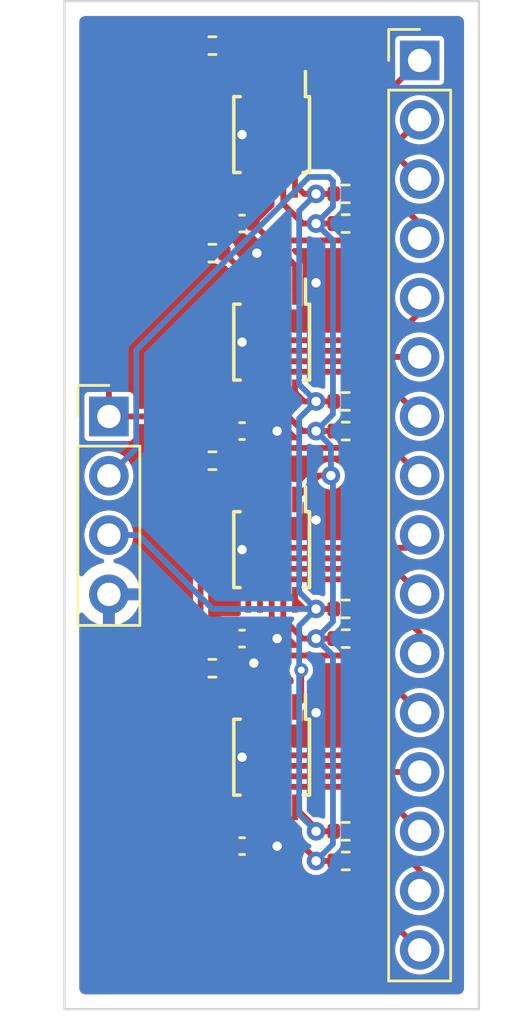
<source format=kicad_pcb>
(kicad_pcb (version 20211014) (generator pcbnew)
  (layers (0 "F.Cu" signal) (31 "B.Cu" signal) (34 "B.Paste" user) (35 "F.Paste" user) (36 "B.SilkS" user "B.Silkscreen") (37 "F.SilkS" user "F.Silkscreen") (38 "B.Mask" user) (39 "F.Mask" user) (44 "Edge.Cuts" user))
  (net 0 "")
  (net 1 "+3V3")
  (net 2 "GND")
  (net 3 "SDA")
  (net 4 "SCL")
  (net 5 "AIN_0")
  (net 6 "AIN_1")
  (net 7 "AIN_2")
  (net 8 "AIN_3")
  (net 9 "AIN_4")
  (net 10 "AIN_5")
  (net 11 "AIN_6")
  (net 12 "AIN_7")
  (net 13 "AIN_8")
  (net 14 "AIN_9")
  (net 15 "AIN_10")
  (net 16 "AIN_11")
  (net 17 "AIN_12")
  (net 18 "AIN_13")
  (net 19 "AIN_14")
  (net 20 "AIN_15")
  (net 21 "Net-(R1-Pad2)")
  (net 22 "Net-(R2-Pad2)")
  (net 23 "Net-(R7-Pad2)")
  (net 24 "Net-(R8-Pad2)")
  (footprint "Connector_PinHeader_2.54mm:PinHeader_1x16_P2.54mm_Vertical" (layer "F.Cu") (at 82.55 86.36)
    (fp_text reference "J2" hide)
    (fp_text value "Conn_01x16")
    (fp_line (start -1.33 1.27) (end 1.33 1.27) (layer "F.SilkS") (width 0.12))
    (fp_line (start -1.33 0) (end -1.33 -1.33) (layer "F.SilkS") (width 0.12))
    (fp_line (start -1.33 1.27) (end -1.33 39.43) (layer "F.SilkS") (width 0.12))
    (fp_line (start 1.33 1.27) (end 1.33 39.43) (layer "F.SilkS") (width 0.12))
    (fp_line (start -1.33 -1.33) (end 0 -1.33) (layer "F.SilkS") (width 0.12))
    (fp_line (start -1.33 39.43) (end 1.33 39.43) (layer "F.SilkS") (width 0.12))
    (pad "1" thru_hole rect (at 0 0) (size 1.7 1.7) (drill 1) (layers *.Cu *.Mask) (net 5 "AIN_0"))
    (pad "2" thru_hole oval (at 0 2.54) (size 1.7 1.7) (drill 1) (layers *.Cu *.Mask) (net 6 "AIN_1"))
    (pad "3" thru_hole oval (at 0 5.08) (size 1.7 1.7) (drill 1) (layers *.Cu *.Mask) (net 7 "AIN_2"))
    (pad "4" thru_hole oval (at 0 7.62) (size 1.7 1.7) (drill 1) (layers *.Cu *.Mask) (net 8 "AIN_3"))
    (pad "5" thru_hole oval (at 0 10.16) (size 1.7 1.7) (drill 1) (layers *.Cu *.Mask) (net 9 "AIN_4"))
    (pad "6" thru_hole oval (at 0 12.7) (size 1.7 1.7) (drill 1) (layers *.Cu *.Mask) (net 10 "AIN_5"))
    (pad "7" thru_hole oval (at 0 15.24) (size 1.7 1.7) (drill 1) (layers *.Cu *.Mask) (net 11 "AIN_6"))
    (pad "8" thru_hole oval (at 0 17.78) (size 1.7 1.7) (drill 1) (layers *.Cu *.Mask) (net 12 "AIN_7"))
    (pad "9" thru_hole oval (at 0 20.32) (size 1.7 1.7) (drill 1) (layers *.Cu *.Mask) (net 13 "AIN_8"))
    (pad "10" thru_hole oval (at 0 22.86) (size 1.7 1.7) (drill 1) (layers *.Cu *.Mask) (net 14 "AIN_9"))
    (pad "11" thru_hole oval (at 0 25.4) (size 1.7 1.7) (drill 1) (layers *.Cu *.Mask) (net 15 "AIN_10"))
    (pad "12" thru_hole oval (at 0 27.94) (size 1.7 1.7) (drill 1) (layers *.Cu *.Mask) (net 16 "AIN_11"))
    (pad "13" thru_hole oval (at 0 30.48) (size 1.7 1.7) (drill 1) (layers *.Cu *.Mask) (net 17 "AIN_12"))
    (pad "14" thru_hole oval (at 0 33.02) (size 1.7 1.7) (drill 1) (layers *.Cu *.Mask) (net 18 "AIN_13"))
    (pad "15" thru_hole oval (at 0 35.56) (size 1.7 1.7) (drill 1) (layers *.Cu *.Mask) (net 19 "AIN_14"))
    (pad "16" thru_hole oval (at 0 38.1) (size 1.7 1.7) (drill 1) (layers *.Cu *.Mask) (net 20 "AIN_15"))
  )
  (footprint "Resistor_SMD:R_0402_1005Metric" (layer "F.Cu") (at 79.375 92.075 180)
    (fp_text reference "R4" hide)
    (fp_text value "10kΩ")
    (fp_line (start -0.153641 0.38) (end 0.153641 0.38) (layer "F.SilkS") (width 0.12))
    (fp_line (start -0.153641 -0.38) (end 0.153641 -0.38) (layer "F.SilkS") (width 0.12))
    (pad "1" smd roundrect (at -0.51 0 180) (size 0.54 0.64) (layers "F.Cu" "F.Paste" "F.Mask") (net 1 "+3V3"))
    (pad "2" smd roundrect (at 0.51 0 180) (size 0.54 0.64) (layers "F.Cu" "F.Paste" "F.Mask") (net 4 "SCL"))
  )
  (footprint "Resistor_SMD:R_0402_1005Metric" (layer "F.Cu") (at 79.375 93.345 180)
    (fp_text reference "R5" hide)
    (fp_text value "10kΩ")
    (fp_line (start -0.153641 0.38) (end 0.153641 0.38) (layer "F.SilkS") (width 0.12))
    (fp_line (start -0.153641 -0.38) (end 0.153641 -0.38) (layer "F.SilkS") (width 0.12))
    (pad "1" smd roundrect (at -0.51 0 180) (size 0.54 0.64) (layers "F.Cu" "F.Paste" "F.Mask") (net 1 "+3V3"))
    (pad "2" smd roundrect (at 0.51 0 180) (size 0.54 0.64) (layers "F.Cu" "F.Paste" "F.Mask") (net 3 "SDA"))
  )
  (footprint "Connector_PinHeader_2.54mm:PinHeader_1x04_P2.54mm_Vertical" (layer "F.Cu") (at 69.215 101.61)
    (fp_text reference "J1" hide)
    (fp_text value "Conn_01x04")
    (fp_line (start -1.33 1.27) (end 1.33 1.27) (layer "F.SilkS") (width 0.12))
    (fp_line (start -1.33 0) (end -1.33 -1.33) (layer "F.SilkS") (width 0.12))
    (fp_line (start -1.33 1.27) (end -1.33 8.95) (layer "F.SilkS") (width 0.12))
    (fp_line (start -1.33 8.95) (end 1.33 8.95) (layer "F.SilkS") (width 0.12))
    (fp_line (start -1.33 -1.33) (end 0 -1.33) (layer "F.SilkS") (width 0.12))
    (fp_line (start 1.33 1.27) (end 1.33 8.95) (layer "F.SilkS") (width 0.12))
    (pad "1" thru_hole rect (at 0 0) (size 1.7 1.7) (drill 1) (layers *.Cu *.Mask) (net 1 "+3V3"))
    (pad "2" thru_hole oval (at 0 2.54) (size 1.7 1.7) (drill 1) (layers *.Cu *.Mask) (net 3 "SDA"))
    (pad "3" thru_hole oval (at 0 5.08) (size 1.7 1.7) (drill 1) (layers *.Cu *.Mask) (net 4 "SCL"))
    (pad "4" thru_hole oval (at 0 7.62) (size 1.7 1.7) (drill 1) (layers *.Cu *.Mask) (net 2 "GND"))
  )
  (footprint "Capacitor_SMD:C_0402_1005Metric" (layer "F.Cu") (at 74.93 102.235 180)
    (fp_text reference "C4" hide)
    (fp_text value "100nF")
    (fp_line (start -0.107836 -0.36) (end 0.107836 -0.36) (layer "F.SilkS") (width 0.12))
    (fp_line (start -0.107836 0.36) (end 0.107836 0.36) (layer "F.SilkS") (width 0.12))
    (pad "1" smd roundrect (at -0.48 0 180) (size 0.56 0.62) (layers "F.Cu" "F.Paste" "F.Mask") (net 1 "+3V3"))
    (pad "2" smd roundrect (at 0.48 0 180) (size 0.56 0.62) (layers "F.Cu" "F.Paste" "F.Mask") (net 2 "GND"))
  )
  (footprint "Capacitor_SMD:C_0402_1005Metric" (layer "F.Cu") (at 74.93 111.125 180)
    (fp_text reference "C3" hide)
    (fp_text value "100nF")
    (fp_line (start -0.107836 0.36) (end 0.107836 0.36) (layer "F.SilkS") (width 0.12))
    (fp_line (start -0.107836 -0.36) (end 0.107836 -0.36) (layer "F.SilkS") (width 0.12))
    (pad "1" smd roundrect (at -0.48 0 180) (size 0.56 0.62) (layers "F.Cu" "F.Paste" "F.Mask") (net 1 "+3V3"))
    (pad "2" smd roundrect (at 0.48 0 180) (size 0.56 0.62) (layers "F.Cu" "F.Paste" "F.Mask") (net 2 "GND"))
  )
  (footprint "Capacitor_SMD:C_0402_1005Metric" (layer "F.Cu") (at 74.93 93.345 180)
    (fp_text reference "C1" hide)
    (fp_text value "100nF")
    (fp_line (start -0.107836 -0.36) (end 0.107836 -0.36) (layer "F.SilkS") (width 0.12))
    (fp_line (start -0.107836 0.36) (end 0.107836 0.36) (layer "F.SilkS") (width 0.12))
    (pad "1" smd roundrect (at -0.48 0 180) (size 0.56 0.62) (layers "F.Cu" "F.Paste" "F.Mask") (net 1 "+3V3"))
    (pad "2" smd roundrect (at 0.48 0 180) (size 0.56 0.62) (layers "F.Cu" "F.Paste" "F.Mask") (net 2 "GND"))
  )
  (footprint "Resistor_SMD:R_0402_1005Metric" (layer "F.Cu") (at 79.375 119.38 180)
    (fp_text reference "R9" hide)
    (fp_text value "10kΩ")
    (fp_line (start -0.153641 -0.38) (end 0.153641 -0.38) (layer "F.SilkS") (width 0.12))
    (fp_line (start -0.153641 0.38) (end 0.153641 0.38) (layer "F.SilkS") (width 0.12))
    (pad "1" smd roundrect (at -0.51 0 180) (size 0.54 0.64) (layers "F.Cu" "F.Paste" "F.Mask") (net 1 "+3V3"))
    (pad "2" smd roundrect (at 0.51 0 180) (size 0.54 0.64) (layers "F.Cu" "F.Paste" "F.Mask") (net 4 "SCL"))
  )
  (footprint "Capacitor_SMD:C_0402_1005Metric" (layer "F.Cu") (at 74.93 120.015 180)
    (fp_text reference "C2" hide)
    (fp_text value "100nF")
    (fp_line (start -0.107836 -0.36) (end 0.107836 -0.36) (layer "F.SilkS") (width 0.12))
    (fp_line (start -0.107836 0.36) (end 0.107836 0.36) (layer "F.SilkS") (width 0.12))
    (pad "1" smd roundrect (at -0.48 0 180) (size 0.56 0.62) (layers "F.Cu" "F.Paste" "F.Mask") (net 1 "+3V3"))
    (pad "2" smd roundrect (at 0.48 0 180) (size 0.56 0.62) (layers "F.Cu" "F.Paste" "F.Mask") (net 2 "GND"))
  )
  (footprint "Resistor_SMD:R_0402_1005Metric" (layer "F.Cu") (at 79.375 111.125 180)
    (fp_text reference "R12" hide)
    (fp_text value "10kΩ")
    (fp_line (start -0.153641 0.38) (end 0.153641 0.38) (layer "F.SilkS") (width 0.12))
    (fp_line (start -0.153641 -0.38) (end 0.153641 -0.38) (layer "F.SilkS") (width 0.12))
    (pad "1" smd roundrect (at -0.51 0 180) (size 0.54 0.64) (layers "F.Cu" "F.Paste" "F.Mask") (net 1 "+3V3"))
    (pad "2" smd roundrect (at 0.51 0 180) (size 0.54 0.64) (layers "F.Cu" "F.Paste" "F.Mask") (net 3 "SDA"))
  )
  (footprint "Resistor_SMD:R_0402_1005Metric" (layer "F.Cu") (at 73.66 103.505)
    (fp_text reference "R7" hide)
    (fp_text value "10kΩ")
    (fp_line (start -0.153641 -0.38) (end 0.153641 -0.38) (layer "F.SilkS") (width 0.12))
    (fp_line (start -0.153641 0.38) (end 0.153641 0.38) (layer "F.SilkS") (width 0.12))
    (pad "1" smd roundrect (at -0.51 0) (size 0.54 0.64) (layers "F.Cu" "F.Paste" "F.Mask") (net 1 "+3V3"))
    (pad "2" smd roundrect (at 0.51 0) (size 0.54 0.64) (layers "F.Cu" "F.Paste" "F.Mask") (net 23 "Net-(R7-Pad2)"))
  )
  (footprint "Package_SO:TSSOP-10_3x3mm_P0.5mm" (layer "F.Cu") (at 76.2 98.425 -90)
    (fp_text reference "U2" hide)
    (fp_text value "ADS1015IDGS")
    (fp_line (start -1.625 1.625) (end 1.625 1.625) (layer "F.SilkS") (width 0.15))
    (fp_line (start -1.625 1.625) (end -1.625 1.35) (layer "F.SilkS") (width 0.15))
    (fp_line (start 1.625 -1.625) (end 1.625 -1.35) (layer "F.SilkS") (width 0.15))
    (fp_line (start -1.625 -1.625) (end -1.625 -1.45) (layer "F.SilkS") (width 0.15))
    (fp_line (start 1.625 1.625) (end 1.625 1.35) (layer "F.SilkS") (width 0.15))
    (fp_line (start -1.625 -1.45) (end -2.7 -1.45) (layer "F.SilkS") (width 0.15))
    (fp_line (start -1.625 -1.625) (end 1.625 -1.625) (layer "F.SilkS") (width 0.15))
    (pad "1" smd rect (at -2.15 -1 270) (size 1.1 0.25) (layers "F.Cu" "F.Paste" "F.Mask") (net 1 "+3V3"))
    (pad "2" smd rect (at -2.15 -0.5 270) (size 1.1 0.25) (layers "F.Cu" "F.Paste" "F.Mask") (net 22 "Net-(R2-Pad2)"))
    (pad "3" smd rect (at -2.15 0 270) (size 1.1 0.25) (layers "F.Cu" "F.Paste" "F.Mask") (net 2 "GND"))
    (pad "4" smd rect (at -2.15 0.5 270) (size 1.1 0.25) (layers "F.Cu" "F.Paste" "F.Mask") (net 9 "AIN_4"))
    (pad "5" smd rect (at -2.15 1 270) (size 1.1 0.25) (layers "F.Cu" "F.Paste" "F.Mask") (net 10 "AIN_5"))
    (pad "6" smd rect (at 2.15 1 270) (size 1.1 0.25) (layers "F.Cu" "F.Paste" "F.Mask") (net 11 "AIN_6"))
    (pad "7" smd rect (at 2.15 0.5 270) (size 1.1 0.25) (layers "F.Cu" "F.Paste" "F.Mask") (net 12 "AIN_7"))
    (pad "8" smd rect (at 2.15 0 270) (size 1.1 0.25) (layers "F.Cu" "F.Paste" "F.Mask") (net 1 "+3V3"))
    (pad "9" smd rect (at 2.15 -0.5 270) (size 1.1 0.25) (layers "F.Cu" "F.Paste" "F.Mask") (net 3 "SDA"))
    (pad "10" smd rect (at 2.15 -1 270) (size 1.1 0.25) (layers "F.Cu" "F.Paste" "F.Mask") (net 4 "SCL"))
  )
  (footprint "Resistor_SMD:R_0402_1005Metric" (layer "F.Cu") (at 79.375 120.65 180)
    (fp_text reference "R11" hide)
    (fp_text value "10kΩ")
    (fp_line (start -0.153641 0.38) (end 0.153641 0.38) (layer "F.SilkS") (width 0.12))
    (fp_line (start -0.153641 -0.38) (end 0.153641 -0.38) (layer "F.SilkS") (width 0.12))
    (pad "1" smd roundrect (at -0.51 0 180) (size 0.54 0.64) (layers "F.Cu" "F.Paste" "F.Mask") (net 1 "+3V3"))
    (pad "2" smd roundrect (at 0.51 0 180) (size 0.54 0.64) (layers "F.Cu" "F.Paste" "F.Mask") (net 3 "SDA"))
  )
  (footprint "Resistor_SMD:R_0402_1005Metric" (layer "F.Cu") (at 73.66 112.395)
    (fp_text reference "R8" hide)
    (fp_text value "10kΩ")
    (fp_line (start -0.153641 -0.38) (end 0.153641 -0.38) (layer "F.SilkS") (width 0.12))
    (fp_line (start -0.153641 0.38) (end 0.153641 0.38) (layer "F.SilkS") (width 0.12))
    (pad "1" smd roundrect (at -0.51 0) (size 0.54 0.64) (layers "F.Cu" "F.Paste" "F.Mask") (net 1 "+3V3"))
    (pad "2" smd roundrect (at 0.51 0) (size 0.54 0.64) (layers "F.Cu" "F.Paste" "F.Mask") (net 24 "Net-(R8-Pad2)"))
  )
  (footprint "Resistor_SMD:R_0402_1005Metric" (layer "F.Cu") (at 73.66 85.725)
    (fp_text reference "R1" hide)
    (fp_text value "10kΩ")
    (fp_line (start -0.153641 -0.38) (end 0.153641 -0.38) (layer "F.SilkS") (width 0.12))
    (fp_line (start -0.153641 0.38) (end 0.153641 0.38) (layer "F.SilkS") (width 0.12))
    (pad "1" smd roundrect (at -0.51 0) (size 0.54 0.64) (layers "F.Cu" "F.Paste" "F.Mask") (net 1 "+3V3"))
    (pad "2" smd roundrect (at 0.51 0) (size 0.54 0.64) (layers "F.Cu" "F.Paste" "F.Mask") (net 21 "Net-(R1-Pad2)"))
  )
  (footprint "Package_SO:TSSOP-10_3x3mm_P0.5mm" (layer "F.Cu") (at 76.2 89.535 -90)
    (fp_text reference "U1" hide)
    (fp_text value "ADS1015IDGS")
    (fp_line (start -1.625 -1.625) (end -1.625 -1.45) (layer "F.SilkS") (width 0.15))
    (fp_line (start 1.625 -1.625) (end 1.625 -1.35) (layer "F.SilkS") (width 0.15))
    (fp_line (start 1.625 1.625) (end 1.625 1.35) (layer "F.SilkS") (width 0.15))
    (fp_line (start -1.625 1.625) (end 1.625 1.625) (layer "F.SilkS") (width 0.15))
    (fp_line (start -1.625 -1.45) (end -2.7 -1.45) (layer "F.SilkS") (width 0.15))
    (fp_line (start -1.625 -1.625) (end 1.625 -1.625) (layer "F.SilkS") (width 0.15))
    (fp_line (start -1.625 1.625) (end -1.625 1.35) (layer "F.SilkS") (width 0.15))
    (pad "1" smd rect (at -2.15 -1 270) (size 1.1 0.25) (layers "F.Cu" "F.Paste" "F.Mask") (net 2 "GND"))
    (pad "2" smd rect (at -2.15 -0.5 270) (size 1.1 0.25) (layers "F.Cu" "F.Paste" "F.Mask") (net 21 "Net-(R1-Pad2)"))
    (pad "3" smd rect (at -2.15 0 270) (size 1.1 0.25) (layers "F.Cu" "F.Paste" "F.Mask") (net 2 "GND"))
    (pad "4" smd rect (at -2.15 0.5 270) (size 1.1 0.25) (layers "F.Cu" "F.Paste" "F.Mask") (net 5 "AIN_0"))
    (pad "5" smd rect (at -2.15 1 270) (size 1.1 0.25) (layers "F.Cu" "F.Paste" "F.Mask") (net 6 "AIN_1"))
    (pad "6" smd rect (at 2.15 1 270) (size 1.1 0.25) (layers "F.Cu" "F.Paste" "F.Mask") (net 7 "AIN_2"))
    (pad "7" smd rect (at 2.15 0.5 270) (size 1.1 0.25) (layers "F.Cu" "F.Paste" "F.Mask") (net 8 "AIN_3"))
    (pad "8" smd rect (at 2.15 0 270) (size 1.1 0.25) (layers "F.Cu" "F.Paste" "F.Mask") (net 1 "+3V3"))
    (pad "9" smd rect (at 2.15 -0.5 270) (size 1.1 0.25) (layers "F.Cu" "F.Paste" "F.Mask") (net 3 "SDA"))
    (pad "10" smd rect (at 2.15 -1 270) (size 1.1 0.25) (layers "F.Cu" "F.Paste" "F.Mask") (net 4 "SCL"))
  )
  (footprint "Package_SO:TSSOP-10_3x3mm_P0.5mm" (layer "F.Cu") (at 76.2 116.205 -90)
    (fp_text reference "U4" hide)
    (fp_text value "ADS1015IDGS")
    (fp_line (start -1.625 1.625) (end -1.625 1.35) (layer "F.SilkS") (width 0.15))
    (fp_line (start -1.625 -1.625) (end -1.625 -1.45) (layer "F.SilkS") (width 0.15))
    (fp_line (start -1.625 1.625) (end 1.625 1.625) (layer "F.SilkS") (width 0.15))
    (fp_line (start -1.625 -1.625) (end 1.625 -1.625) (layer "F.SilkS") (width 0.15))
    (fp_line (start -1.625 -1.45) (end -2.7 -1.45) (layer "F.SilkS") (width 0.15))
    (fp_line (start 1.625 1.625) (end 1.625 1.35) (layer "F.SilkS") (width 0.15))
    (fp_line (start 1.625 -1.625) (end 1.625 -1.35) (layer "F.SilkS") (width 0.15))
    (pad "1" smd rect (at -2.15 -1 270) (size 1.1 0.25) (layers "F.Cu" "F.Paste" "F.Mask") (net 4 "SCL"))
    (pad "2" smd rect (at -2.15 -0.5 270) (size 1.1 0.25) (layers "F.Cu" "F.Paste" "F.Mask") (net 24 "Net-(R8-Pad2)"))
    (pad "3" smd rect (at -2.15 0 270) (size 1.1 0.25) (layers "F.Cu" "F.Paste" "F.Mask") (net 2 "GND"))
    (pad "4" smd rect (at -2.15 0.5 270) (size 1.1 0.25) (layers "F.Cu" "F.Paste" "F.Mask") (net 17 "AIN_12"))
    (pad "5" smd rect (at -2.15 1 270) (size 1.1 0.25) (layers "F.Cu" "F.Paste" "F.Mask") (net 18 "AIN_13"))
    (pad "6" smd rect (at 2.15 1 270) (size 1.1 0.25) (layers "F.Cu" "F.Paste" "F.Mask") (net 19 "AIN_14"))
    (pad "7" smd rect (at 2.15 0.5 270) (size 1.1 0.25) (layers "F.Cu" "F.Paste" "F.Mask") (net 20 "AIN_15"))
    (pad "8" smd rect (at 2.15 0 270) (size 1.1 0.25) (layers "F.Cu" "F.Paste" "F.Mask") (net 1 "+3V3"))
    (pad "9" smd rect (at 2.15 -0.5 270) (size 1.1 0.25) (layers "F.Cu" "F.Paste" "F.Mask") (net 3 "SDA"))
    (pad "10" smd rect (at 2.15 -1 270) (size 1.1 0.25) (layers "F.Cu" "F.Paste" "F.Mask") (net 4 "SCL"))
  )
  (footprint "Resistor_SMD:R_0402_1005Metric" (layer "F.Cu") (at 79.375 109.855 180)
    (fp_text reference "R10" hide)
    (fp_text value "10kΩ")
    (fp_line (start -0.153641 -0.38) (end 0.153641 -0.38) (layer "F.SilkS") (width 0.12))
    (fp_line (start -0.153641 0.38) (end 0.153641 0.38) (layer "F.SilkS") (width 0.12))
    (pad "1" smd roundrect (at -0.51 0 180) (size 0.54 0.64) (layers "F.Cu" "F.Paste" "F.Mask") (net 1 "+3V3"))
    (pad "2" smd roundrect (at 0.51 0 180) (size 0.54 0.64) (layers "F.Cu" "F.Paste" "F.Mask") (net 4 "SCL"))
  )
  (footprint "Resistor_SMD:R_0402_1005Metric" (layer "F.Cu") (at 79.375 102.235 180)
    (fp_text reference "R6" hide)
    (fp_text value "10kΩ")
    (fp_line (start -0.153641 0.38) (end 0.153641 0.38) (layer "F.SilkS") (width 0.12))
    (fp_line (start -0.153641 -0.38) (end 0.153641 -0.38) (layer "F.SilkS") (width 0.12))
    (pad "1" smd roundrect (at -0.51 0 180) (size 0.54 0.64) (layers "F.Cu" "F.Paste" "F.Mask") (net 1 "+3V3"))
    (pad "2" smd roundrect (at 0.51 0 180) (size 0.54 0.64) (layers "F.Cu" "F.Paste" "F.Mask") (net 3 "SDA"))
  )
  (footprint "Package_SO:TSSOP-10_3x3mm_P0.5mm" (layer "F.Cu") (at 76.2 107.315 -90)
    (fp_text reference "U3" hide)
    (fp_text value "ADS1015IDGS")
    (fp_line (start -1.625 1.625) (end 1.625 1.625) (layer "F.SilkS") (width 0.15))
    (fp_line (start 1.625 -1.625) (end 1.625 -1.35) (layer "F.SilkS") (width 0.15))
    (fp_line (start -1.625 -1.625) (end -1.625 -1.45) (layer "F.SilkS") (width 0.15))
    (fp_line (start -1.625 -1.625) (end 1.625 -1.625) (layer "F.SilkS") (width 0.15))
    (fp_line (start -1.625 1.625) (end -1.625 1.35) (layer "F.SilkS") (width 0.15))
    (fp_line (start 1.625 1.625) (end 1.625 1.35) (layer "F.SilkS") (width 0.15))
    (fp_line (start -1.625 -1.45) (end -2.7 -1.45) (layer "F.SilkS") (width 0.15))
    (pad "1" smd rect (at -2.15 -1 270) (size 1.1 0.25) (layers "F.Cu" "F.Paste" "F.Mask") (net 3 "SDA"))
    (pad "2" smd rect (at -2.15 -0.5 270) (size 1.1 0.25) (layers "F.Cu" "F.Paste" "F.Mask") (net 23 "Net-(R7-Pad2)"))
    (pad "3" smd rect (at -2.15 0 270) (size 1.1 0.25) (layers "F.Cu" "F.Paste" "F.Mask") (net 2 "GND"))
    (pad "4" smd rect (at -2.15 0.5 270) (size 1.1 0.25) (layers "F.Cu" "F.Paste" "F.Mask") (net 13 "AIN_8"))
    (pad "5" smd rect (at -2.15 1 270) (size 1.1 0.25) (layers "F.Cu" "F.Paste" "F.Mask") (net 14 "AIN_9"))
    (pad "6" smd rect (at 2.15 1 270) (size 1.1 0.25) (layers "F.Cu" "F.Paste" "F.Mask") (net 15 "AIN_10"))
    (pad "7" smd rect (at 2.15 0.5 270) (size 1.1 0.25) (layers "F.Cu" "F.Paste" "F.Mask") (net 16 "AIN_11"))
    (pad "8" smd rect (at 2.15 0 270) (size 1.1 0.25) (layers "F.Cu" "F.Paste" "F.Mask") (net 1 "+3V3"))
    (pad "9" smd rect (at 2.15 -0.5 270) (size 1.1 0.25) (layers "F.Cu" "F.Paste" "F.Mask") (net 3 "SDA"))
    (pad "10" smd rect (at 2.15 -1 270) (size 1.1 0.25) (layers "F.Cu" "F.Paste" "F.Mask") (net 4 "SCL"))
  )
  (footprint "Resistor_SMD:R_0402_1005Metric" (layer "F.Cu") (at 73.66 94.615)
    (fp_text reference "R2" hide)
    (fp_text value "10kΩ")
    (fp_line (start -0.153641 0.38) (end 0.153641 0.38) (layer "F.SilkS") (width 0.12))
    (fp_line (start -0.153641 -0.38) (end 0.153641 -0.38) (layer "F.SilkS") (width 0.12))
    (pad "1" smd roundrect (at -0.51 0) (size 0.54 0.64) (layers "F.Cu" "F.Paste" "F.Mask") (net 1 "+3V3"))
    (pad "2" smd roundrect (at 0.51 0) (size 0.54 0.64) (layers "F.Cu" "F.Paste" "F.Mask") (net 22 "Net-(R2-Pad2)"))
  )
  (footprint "Resistor_SMD:R_0402_1005Metric" (layer "F.Cu") (at 79.375 100.965 180)
    (fp_text reference "R3" hide)
    (fp_text value "10kΩ")
    (fp_line (start -0.153641 0.38) (end 0.153641 0.38) (layer "F.SilkS") (width 0.12))
    (fp_line (start -0.153641 -0.38) (end 0.153641 -0.38) (layer "F.SilkS") (width 0.12))
    (pad "1" smd roundrect (at -0.51 0 180) (size 0.54 0.64) (layers "F.Cu" "F.Paste" "F.Mask") (net 1 "+3V3"))
    (pad "2" smd roundrect (at 0.51 0 180) (size 0.54 0.64) (layers "F.Cu" "F.Paste" "F.Mask") (net 4 "SCL"))
  )
  (gr_rect (start 67.31 83.82) (end 85.09 127) (layer "Edge.Cuts") (width 0.1) (fill none))
  (segment (start 79.160489 111.849511) (end 76.134511 111.849511) (width 0.25) (layer "F.Cu") (net 1))
  (segment (start 75.41 119.889022) (end 75.41 120.015) (width 0.25) (layer "F.Cu") (net 1))
  (segment (start 79.885 93.345) (end 79.885 93.55452) (width 0.25) (layer "F.Cu") (net 1))
  (segment (start 76.134511 94.069511) (end 75.41 93.345) (width 0.25) (layer "F.Cu") (net 1))
  (segment (start 76.2 110.335) (end 76.2 109.465) (width 0.25) (layer "F.Cu") (net 1))
  (segment (start 76.2 92.555) (end 76.2 91.685) (width 0.25) (layer "F.Cu") (net 1))
  (segment (start 69.215 101.61) (end 71.255 101.61) (width 0.25) (layer "F.Cu") (net 1))
  (segment (start 75.41 110.97) (end 75.41 111.125) (width 0.25) (layer "F.Cu") (net 1))
  (segment (start 75.41 93.19) (end 75.41 93.345) (width 0.25) (layer "F.Cu") (net 1))
  (segment (start 79.885 120.65) (end 79.885 119.38) (width 0.25) (layer "F.Cu") (net 1))
  (segment (start 74.11807 101.6) (end 74.93 101.6) (width 0.25) (layer "F.Cu") (net 1))
  (segment (start 79.885 111.125) (end 79.160489 111.849511) (width 0.25) (layer "F.Cu") (net 1))
  (segment (start 79.160489 102.959511) (end 79.885 102.235) (width 0.25) (layer "F.Cu") (net 1))
  (segment (start 73.15 111.45807) (end 74.11807 110.49) (width 0.25) (layer "F.Cu") (net 1))
  (segment (start 73.15 103.505) (end 73.15 102.56807) (width 0.25) (layer "F.Cu") (net 1))
  (segment (start 73.15 112.395) (end 73.15 117.629022) (width 0.25) (layer "F.Cu") (net 1))
  (segment (start 69.215 98.55) (end 73.15 94.615) (width 0.25) (layer "F.Cu") (net 1))
  (segment (start 79.885 102.235) (end 79.885 100.965) (width 0.25) (layer "F.Cu") (net 1))
  (segment (start 75.41 111.125) (end 76.2 110.335) (width 0.25) (layer "F.Cu") (net 1))
  (segment (start 75.41 102.235) (end 76.2 101.445) (width 0.25) (layer "F.Cu") (net 1))
  (segment (start 74.93 101.6) (end 75.41 102.08) (width 0.25) (layer "F.Cu") (net 1))
  (segment (start 79.370009 94.069511) (end 76.134511 94.069511) (width 0.25) (layer "F.Cu") (net 1))
  (segment (start 75.41 102.08) (end 75.41 102.235) (width 0.25) (layer "F.Cu") (net 1))
  (segment (start 73.15 112.395) (end 73.15 111.45807) (width 0.25) (layer "F.Cu") (net 1))
  (segment (start 77.2 95.135) (end 77.2 96.275) (width 0.25) (layer "F.Cu") (net 1))
  (segment (start 79.885 93.55452) (end 79.370009 94.069511) (width 0.25) (layer "F.Cu") (net 1))
  (segment (start 74.93 110.49) (end 75.41 110.97) (width 0.25) (layer "F.Cu") (net 1))
  (segment (start 75.41 93.345) (end 77.2 95.135) (width 0.25) (layer "F.Cu") (net 1))
  (segment (start 79.885 120.65) (end 79.160489 121.374511) (width 0.25) (layer "F.Cu") (net 1))
  (segment (start 73.15 93.67807) (end 74.11759 92.71048) (width 0.25) (layer "F.Cu") (net 1))
  (segment (start 73.15 102.56807) (end 74.11807 101.6) (width 0.25) (layer "F.Cu") (net 1))
  (segment (start 73.15 94.615) (end 73.15 93.67807) (width 0.25) (layer "F.Cu") (net 1))
  (segment (start 73.15 103.505) (end 73.15 112.395) (width 0.25) (layer "F.Cu") (net 1))
  (segment (start 79.885 111.125) (end 79.885 109.855) (width 0.25) (layer "F.Cu") (net 1))
  (segment (start 79.160489 121.374511) (end 76.769511 121.374511) (width 0.25) (layer "F.Cu") (net 1))
  (segment (start 73.15 117.629022) (end 75.41 119.889022) (width 0.25) (layer "F.Cu") (net 1))
  (segment (start 79.885 92.075) (end 79.885 93.345) (width 0.25) (layer "F.Cu") (net 1))
  (segment (start 75.41 120.015) (end 76.2 119.225) (width 0.25) (layer "F.Cu") (net 1))
  (segment (start 76.134511 111.849511) (end 75.41 111.125) (width 0.25) (layer "F.Cu") (net 1))
  (segment (start 76.2 101.445) (end 76.2 100.575) (width 0.25) (layer "F.Cu") (net 1))
  (segment (start 76.769511 121.374511) (end 75.41 120.015) (width 0.25) (layer "F.Cu") (net 1))
  (segment (start 73.15 94.615) (end 73.15 85.725) (width 0.25) (layer "F.Cu") (net 1))
  (segment (start 75.41 102.235) (end 76.134511 102.959511) (width 0.25) (layer "F.Cu") (net 1))
  (segment (start 74.11807 110.49) (end 74.93 110.49) (width 0.25) (layer "F.Cu") (net 1))
  (segment (start 76.2 119.225) (end 76.2 118.355) (width 0.25) (layer "F.Cu") (net 1))
  (segment (start 75.41 93.345) (end 76.2 92.555) (width 0.25) (layer "F.Cu") (net 1))
  (segment (start 69.215 101.61) (end 69.215 98.55) (width 0.25) (layer "F.Cu") (net 1))
  (segment (start 76.134511 102.959511) (end 79.160489 102.959511) (width 0.25) (layer "F.Cu") (net 1))
  (segment (start 71.255 101.61) (end 73.15 103.505) (width 0.25) (layer "F.Cu") (net 1))
  (segment (start 74.11759 92.71048) (end 74.93048 92.71048) (width 0.25) (layer "F.Cu") (net 1))
  (segment (start 74.93048 92.71048) (end 75.41 93.19) (width 0.25) (layer "F.Cu") (net 1))
  (via (at 74.93 98.425) (size 0.8) (drill 0.4) (layers "F.Cu" "B.Cu") (net 2))
  (via (at 76.434598 120.015) (size 0.8) (drill 0.4) (layers "F.Cu" "B.Cu") (net 2))
  (via (at 74.93 89.535) (size 0.8) (drill 0.4) (layers "F.Cu" "B.Cu") (net 2))
  (via (at 76.434598 102.235) (size 0.8) (drill 0.4) (layers "F.Cu" "B.Cu") (net 2))
  (via (at 78.104989 95.885) (size 0.8) (drill 0.4) (layers "F.Cu" "B.Cu") (net 2))
  (via (at 78.105 114.3) (size 0.8) (drill 0.4) (layers "F.Cu" "B.Cu") (net 2))
  (via (at 76.434598 111.125) (size 0.8) (drill 0.4) (layers "F.Cu" "B.Cu") (net 2))
  (via (at 75.565 94.615) (size 0.8) (drill 0.4) (layers "F.Cu" "B.Cu") (net 2))
  (via (at 78.105 106.045) (size 0.8) (drill 0.4) (layers "F.Cu" "B.Cu") (net 2))
  (via (at 74.93 116.205) (size 0.8) (drill 0.4) (layers "F.Cu" "B.Cu") (net 2))
  (via (at 75.43418 112.173778) (size 0.8) (drill 0.4) (layers "F.Cu" "B.Cu") (net 2))
  (via (at 74.93 107.315) (size 0.8) (drill 0.4) (layers "F.Cu" "B.Cu") (net 2))
  (segment (start 78.865 102.235) (end 77.535978 102.235) (width 0.25) (layer "F.Cu") (net 3))
  (segment (start 78.74 104.14) (end 78.225 104.14) (width 0.25) (layer "F.Cu") (net 3))
  (segment (start 77.535978 111.125) (end 76.7 110.289022) (width 0.25) (layer "F.Cu") (net 3))
  (segment (start 77.535978 102.235) (end 76.7 101.399022) (width 0.25) (layer "F.Cu") (net 3))
  (segment (start 78.225 104.14) (end 77.2 105.165) (width 0.25) (layer "F.Cu") (net 3))
  (segment (start 78.865 120.65) (end 78.170978 120.65) (width 0.25) (layer "F.Cu") (net 3))
  (segment (start 76.7 110.289022) (end 76.7 109.465) (width 0.25) (layer "F.Cu") (net 3))
  (segment (start 76.7 92.509022) (end 76.7 91.685) (width 0.25) (layer "F.Cu") (net 3))
  (segment (start 78.170978 120.65) (end 76.7 119.179022) (width 0.25) (layer "F.Cu") (net 3))
  (segment (start 78.865 111.125) (end 77.535978 111.125) (width 0.25) (layer "F.Cu") (net 3))
  (segment (start 76.7 101.399022) (end 76.7 100.575) (width 0.25) (layer "F.Cu") (net 3))
  (segment (start 77.535978 93.345) (end 76.7 92.509022) (width 0.25) (layer "F.Cu") (net 3))
  (segment (start 76.7 119.179022) (end 76.7 118.355) (width 0.25) (layer "F.Cu") (net 3))
  (segment (start 78.865 93.345) (end 77.535978 93.345) (width 0.25) (layer "F.Cu") (net 3))
  (via (at 78.105 120.65) (size 0.8) (drill 0.4) (layers "F.Cu" "B.Cu") (net 3))
  (via (at 78.105 102.235) (size 0.8) (drill 0.4) (layers "F.Cu" "B.Cu") (net 3))
  (via (at 78.105 93.345) (size 0.8) (drill 0.4) (layers "F.Cu" "B.Cu") (net 3))
  (via (at 78.105 111.125) (size 0.8) (drill 0.4) (layers "F.Cu" "B.Cu") (net 3))
  (via (at 78.74 104.14) (size 0.8) (drill 0.4) (layers "F.Cu" "B.Cu") (net 3))
  (segment (start 78.829511 111.849511) (end 78.105 111.125) (width 0.25) (layer "B.Cu") (net 3))
  (segment (start 78.105 102.235) (end 78.829511 101.510489) (width 0.25) (layer "B.Cu") (net 3))
  (segment (start 69.215 104.15) (end 70.389511 102.975489) (width 0.25) (layer "B.Cu") (net 3))
  (segment (start 78.829511 91.529511) (end 78.829511 92.620489) (width 0.25) (layer "B.Cu") (net 3))
  (segment (start 78.829511 94.069511) (end 78.105 93.345) (width 0.25) (layer "B.Cu") (net 3))
  (segment (start 78.829511 110.400489) (end 78.105 111.125) (width 0.25) (layer "B.Cu") (net 3))
  (segment (start 70.389511 102.975489) (end 70.389511 98.765875) (width 0.25) (layer "B.Cu") (net 3))
  (segment (start 78.74 104.14) (end 78.74 102.87) (width 0.25) (layer "B.Cu") (net 3))
  (segment (start 70.389511 98.765875) (end 77.804897 91.350489) (width 0.25) (layer "B.Cu") (net 3))
  (segment (start 78.829511 101.510489) (end 78.829511 94.069511) (width 0.25) (layer "B.Cu") (net 3))
  (segment (start 78.829511 112.940489) (end 78.829511 111.849511) (width 0.25) (layer "B.Cu") (net 3))
  (segment (start 78.829511 119.925489) (end 78.829511 112.940489) (width 0.25) (layer "B.Cu") (net 3))
  (segment (start 78.650489 91.350489) (end 78.829511 91.529511) (width 0.25) (layer "B.Cu") (net 3))
  (segment (start 77.804897 91.350489) (end 78.650489 91.350489) (width 0.25) (layer "B.Cu") (net 3))
  (segment (start 78.74 104.14) (end 78.829511 104.229511) (width 0.25) (layer "B.Cu") (net 3))
  (segment (start 78.829511 92.620489) (end 78.105 93.345) (width 0.25) (layer "B.Cu") (net 3))
  (segment (start 78.105 120.65) (end 78.829511 119.925489) (width 0.25) (layer "B.Cu") (net 3))
  (segment (start 78.829511 104.229511) (end 78.829511 110.400489) (width 0.25) (layer "B.Cu") (net 3))
  (segment (start 78.74 102.87) (end 78.105 102.235) (width 0.25) (layer "B.Cu") (net 3))
  (segment (start 78.865 119.38) (end 78.225 119.38) (width 0.25) (layer "F.Cu") (net 4))
  (segment (start 77.59 92.075) (end 78.865 92.075) (width 0.25) (layer "F.Cu") (net 4))
  (segment (start 78.225 119.38) (end 77.2 118.355) (width 0.25) (layer "F.Cu") (net 4))
  (segment (start 77.47 112.474011) (end 77.47 113.785) (width 0.25) (layer "F.Cu") (net 4))
  (segment (start 77.2 91.685) (end 77.59 92.075) (width 0.25) (layer "F.Cu") (net 4))
  (segment (start 78.865 100.965) (end 77.59 100.965) (width 0.25) (layer "F.Cu") (net 4))
  (segment (start 77.59 109.855) (end 77.2 109.465) (width 0.25) (layer "F.Cu") (net 4))
  (segment (start 77.47 113.785) (end 77.2 114.055) (width 0.25) (layer "F.Cu") (net 4))
  (segment (start 78.865 109.855) (end 77.59 109.855) (width 0.25) (layer "F.Cu") (net 4))
  (segment (start 77.59 100.965) (end 77.2 100.575) (width 0.25) (layer "F.Cu") (net 4))
  (via (at 78.105 119.38) (size 0.8) (drill 0.4) (layers "F.Cu" "B.Cu") (net 4))
  (via (at 78.105 109.855) (size 0.8) (drill 0.4) (layers "F.Cu" "B.Cu") (net 4))
  (via (at 78.105 92.075) (size 0.8) (drill 0.4) (layers "F.Cu" "B.Cu") (net 4))
  (via (at 78.105 100.965) (size 0.8) (drill 0.4) (layers "F.Cu" "B.Cu") (net 4))
  (via (at 77.47 112.474011) (size 0.6) (drill 0.3) (layers "F.Cu" "B.Cu") (net 4))
  (segment (start 77.380489 112.3845) (end 77.47 112.474011) (width 0.25) (layer "B.Cu") (net 4))
  (segment (start 78.105 109.855) (end 77.380489 110.579511) (width 0.25) (layer "B.Cu") (net 4))
  (segment (start 70.495 106.69) (end 73.66 109.855) (width 0.25) (layer "B.Cu") (net 4))
  (segment (start 77.380489 118.655489) (end 78.105 119.38) (width 0.25) (layer "B.Cu") (net 4))
  (segment (start 78.105 100.965) (end 77.380489 101.689511) (width 0.25) (layer "B.Cu") (net 4))
  (segment (start 77.380489 109.130489) (end 78.105 109.855) (width 0.25) (layer "B.Cu") (net 4))
  (segment (start 78.105 92.075) (end 77.380489 92.799511) (width 0.25) (layer "B.Cu") (net 4))
  (segment (start 77.380489 110.579511) (end 77.380489 112.3845) (width 0.25) (layer "B.Cu") (net 4))
  (segment (start 77.380489 92.799511) (end 77.380489 100.240489) (width 0.25) (layer "B.Cu") (net 4))
  (segment (start 77.47 112.474011) (end 77.380489 112.563522) (width 0.25) (layer "B.Cu") (net 4))
  (segment (start 69.215 106.69) (end 70.495 106.69) (width 0.25) (layer "B.Cu") (net 4))
  (segment (start 73.66 109.855) (end 78.105 109.855) (width 0.25) (layer "B.Cu") (net 4))
  (segment (start 77.380489 100.240489) (end 78.105 100.965) (width 0.25) (layer "B.Cu") (net 4))
  (segment (start 77.380489 101.689511) (end 77.380489 109.130489) (width 0.25) (layer "B.Cu") (net 4))
  (segment (start 77.380489 112.563522) (end 77.380489 118.655489) (width 0.25) (layer "B.Cu") (net 4))
  (segment (start 75.7 88.209022) (end 76.947418 89.45644) (width 0.25) (layer "F.Cu") (net 5))
  (segment (start 75.7 87.385) (end 75.7 88.209022) (width 0.25) (layer "F.Cu") (net 5))
  (segment (start 76.947418 89.45644) (end 79.45356 89.45644) (width 0.25) (layer "F.Cu") (net 5))
  (segment (start 79.45356 89.45644) (end 82.55 86.36) (width 0.25) (layer "F.Cu") (net 5))
  (segment (start 81.54404 89.90596) (end 82.55 88.9) (width 0.25) (layer "F.Cu") (net 6))
  (segment (start 76.761221 89.90596) (end 81.54404 89.90596) (width 0.25) (layer "F.Cu") (net 6))
  (segment (start 75.2 87.385) (end 75.2 88.344739) (width 0.25) (layer "F.Cu") (net 6))
  (segment (start 75.2 88.344739) (end 76.761221 89.90596) (width 0.25) (layer "F.Cu") (net 6))
  (segment (start 81.46548 90.35548) (end 82.55 91.44) (width 0.25) (layer "F.Cu") (net 7))
  (segment (start 75.2 90.725261) (end 75.569781 90.35548) (width 0.25) (layer "F.Cu") (net 7))
  (segment (start 75.569781 90.35548) (end 81.46548 90.35548) (width 0.25) (layer "F.Cu") (net 7))
  (segment (start 75.2 91.685) (end 75.2 90.725261) (width 0.25) (layer "F.Cu") (net 7))
  (segment (start 75.7 90.860978) (end 75.755978 90.805) (width 0.25) (layer "F.Cu") (net 8))
  (segment (start 75.755978 90.805) (end 80.01 90.805) (width 0.25) (layer "F.Cu") (net 8))
  (segment (start 75.7 91.685) (end 75.7 90.860978) (width 0.25) (layer "F.Cu") (net 8))
  (segment (start 82.55 93.345) (end 82.55 93.98) (width 0.25) (layer "F.Cu") (net 8))
  (segment (start 80.01 90.805) (end 82.55 93.345) (width 0.25) (layer "F.Cu") (net 8))
  (segment (start 82.55 97.155) (end 82.55 96.52) (width 0.25) (layer "F.Cu") (net 9))
  (segment (start 75.7 97.099022) (end 76.947418 98.34644) (width 0.25) (layer "F.Cu") (net 9))
  (segment (start 81.35856 98.34644) (end 82.55 97.155) (width 0.25) (layer "F.Cu") (net 9))
  (segment (start 76.947418 98.34644) (end 81.35856 98.34644) (width 0.25) (layer "F.Cu") (net 9))
  (segment (start 75.7 96.275) (end 75.7 97.099022) (width 0.25) (layer "F.Cu") (net 9))
  (segment (start 76.57096 98.79596) (end 80.381678 98.79596) (width 0.25) (layer "F.Cu") (net 10))
  (segment (start 75.2 97.425) (end 76.57096 98.79596) (width 0.25) (layer "F.Cu") (net 10))
  (segment (start 75.2 96.275) (end 75.2 97.425) (width 0.25) (layer "F.Cu") (net 10))
  (segment (start 80.645718 99.06) (end 82.55 99.06) (width 0.25) (layer "F.Cu") (net 10))
  (segment (start 80.381678 98.79596) (end 80.645718 99.06) (width 0.25) (layer "F.Cu") (net 10))
  (segment (start 75.2 99.615261) (end 75.569781 99.24548) (width 0.25) (layer "F.Cu") (net 11))
  (segment (start 75.569781 99.24548) (end 80.19548 99.24548) (width 0.25) (layer "F.Cu") (net 11))
  (segment (start 75.2 100.575) (end 75.2 99.615261) (width 0.25) (layer "F.Cu") (net 11))
  (segment (start 80.19548 99.24548) (end 82.55 101.6) (width 0.25) (layer "F.Cu") (net 11))
  (segment (start 80.009282 99.695) (end 81.375489 101.061207) (width 0.25) (layer "F.Cu") (net 12))
  (segment (start 81.375489 102.965489) (end 82.55 104.14) (width 0.25) (layer "F.Cu") (net 12))
  (segment (start 75.7 99.750978) (end 75.755978 99.695) (width 0.25) (layer "F.Cu") (net 12))
  (segment (start 75.7 100.575) (end 75.7 99.750978) (width 0.25) (layer "F.Cu") (net 12))
  (segment (start 81.375489 101.061207) (end 81.375489 102.965489) (width 0.25) (layer "F.Cu") (net 12))
  (segment (start 75.755978 99.695) (end 80.009282 99.695) (width 0.25) (layer "F.Cu") (net 12))
  (segment (start 76.947418 107.23644) (end 81.99356 107.23644) (width 0.25) (layer "F.Cu") (net 13))
  (segment (start 81.99356 107.23644) (end 82.55 106.68) (width 0.25) (layer "F.Cu") (net 13))
  (segment (start 75.7 105.989022) (end 76.947418 107.23644) (width 0.25) (layer "F.Cu") (net 13))
  (segment (start 75.7 105.165) (end 75.7 105.989022) (width 0.25) (layer "F.Cu") (net 13))
  (segment (start 81.01596 107.68596) (end 82.55 109.22) (width 0.25) (layer "F.Cu") (net 14))
  (segment (start 76.761221 107.68596) (end 81.01596 107.68596) (width 0.25) (layer "F.Cu") (net 14))
  (segment (start 75.2 105.165) (end 75.2 106.124739) (width 0.25) (layer "F.Cu") (net 14))
  (segment (start 75.2 106.124739) (end 76.761221 107.68596) (width 0.25) (layer "F.Cu") (net 14))
  (segment (start 75.2 108.505261) (end 75.569781 108.13548) (width 0.25) (layer "F.Cu") (net 15))
  (segment (start 82.55 110.88101) (end 82.55 111.76) (width 0.25) (layer "F.Cu") (net 15))
  (segment (start 75.569781 108.13548) (end 80.829762 108.13548) (width 0.25) (layer "F.Cu") (net 15))
  (segment (start 80.829762 108.13548) (end 81.375489 108.681207) (width 0.25) (layer "F.Cu") (net 15))
  (segment (start 81.375489 108.681207) (end 81.375489 109.706499) (width 0.25) (layer "F.Cu") (net 15))
  (segment (start 75.2 109.465) (end 75.2 108.505261) (width 0.25) (layer "F.Cu") (net 15))
  (segment (start 81.375489 109.706499) (end 82.55 110.88101) (width 0.25) (layer "F.Cu") (net 15))
  (segment (start 81.375489 113.125489) (end 82.55 114.3) (width 0.25) (layer "F.Cu") (net 16))
  (segment (start 81.375489 110.342217) (end 81.375489 113.125489) (width 0.25) (layer "F.Cu") (net 16))
  (segment (start 75.755978 108.585) (end 80.009641 108.585) (width 0.25) (layer "F.Cu") (net 16))
  (segment (start 75.7 109.465) (end 75.7 108.640978) (width 0.25) (layer "F.Cu") (net 16))
  (segment (start 80.009641 108.585) (end 80.925969 109.501328) (width 0.25) (layer "F.Cu") (net 16))
  (segment (start 75.7 108.640978) (end 75.755978 108.585) (width 0.25) (layer "F.Cu") (net 16))
  (segment (start 80.925969 109.892697) (end 81.375489 110.342217) (width 0.25) (layer "F.Cu") (net 16))
  (segment (start 80.925969 109.501328) (end 80.925969 109.892697) (width 0.25) (layer "F.Cu") (net 16))
  (segment (start 80.567876 116.126441) (end 81.281434 116.84) (width 0.25) (layer "F.Cu") (net 17))
  (segment (start 75.7 114.879022) (end 76.947418 116.12644) (width 0.25) (layer "F.Cu") (net 17))
  (segment (start 81.281434 116.84) (end 82.55 116.84) (width 0.25) (layer "F.Cu") (net 17))
  (segment (start 75.7 114.055) (end 75.7 114.879022) (width 0.25) (layer "F.Cu") (net 17))
  (segment (start 76.947418 116.12644) (end 80.567876 116.126441) (width 0.25) (layer "F.Cu") (net 17))
  (segment (start 80.381678 116.57596) (end 81.375489 117.569772) (width 0.25) (layer "F.Cu") (net 18))
  (segment (start 75.2 114.055) (end 75.2 115.014739) (width 0.25) (layer "F.Cu") (net 18))
  (segment (start 75.2 115.014739) (end 76.761221 116.57596) (width 0.25) (layer "F.Cu") (net 18))
  (segment (start 81.375489 118.205489) (end 82.55 119.38) (width 0.25) (layer "F.Cu") (net 18))
  (segment (start 76.761221 116.57596) (end 80.381678 116.57596) (width 0.25) (layer "F.Cu") (net 18))
  (segment (start 81.375489 117.569772) (end 81.375489 118.205489) (width 0.25) (layer "F.Cu") (net 18))
  (segment (start 80.925969 118.391687) (end 81.28 118.745718) (width 0.25) (layer "F.Cu") (net 19))
  (segment (start 81.28 119.77101) (end 82.55 121.04101) (width 0.25) (layer "F.Cu") (net 19))
  (segment (start 75.569781 117.02548) (end 80.19548 117.02548) (width 0.25) (layer "F.Cu") (net 19))
  (segment (start 75.2 118.355) (end 75.2 117.395261) (width 0.25) (layer "F.Cu") (net 19))
  (segment (start 80.19548 117.02548) (end 80.925969 117.755969) (width 0.25) (layer "F.Cu") (net 19))
  (segment (start 81.28 118.745718) (end 81.28 119.77101) (width 0.25) (layer "F.Cu") (net 19))
  (segment (start 82.55 121.04101) (end 82.55 121.92) (width 0.25) (layer "F.Cu") (net 19))
  (segment (start 75.2 117.395261) (end 75.569781 117.02548) (width 0.25) (layer "F.Cu") (net 19))
  (segment (start 80.925969 117.755969) (end 80.925969 118.391687) (width 0.25) (layer "F.Cu") (net 19))
  (segment (start 80.83048 118.931915) (end 80.83048 119.957208) (width 0.25) (layer "F.Cu") (net 20))
  (segment (start 80.476449 118.577885) (end 80.83048 118.931915) (width 0.25) (layer "F.Cu") (net 20))
  (segment (start 81.375489 123.285489) (end 82.55 124.46) (width 0.25) (layer "F.Cu") (net 20))
  (segment (start 80.476449 117.942167) (end 80.476449 118.577885) (width 0.25) (layer "F.Cu") (net 20))
  (segment (start 81.375489 120.502217) (end 81.375489 123.285489) (width 0.25) (layer "F.Cu") (net 20))
  (segment (start 75.7 117.530978) (end 75.755978 117.475) (width 0.25) (layer "F.Cu") (net 20))
  (segment (start 80.009282 117.475) (end 80.476449 117.942167) (width 0.25) (layer "F.Cu") (net 20))
  (segment (start 75.7 118.355) (end 75.7 117.530978) (width 0.25) (layer "F.Cu") (net 20))
  (segment (start 75.755978 117.475) (end 80.009282 117.475) (width 0.25) (layer "F.Cu") (net 20))
  (segment (start 80.83048 119.957208) (end 81.375489 120.502217) (width 0.25) (layer "F.Cu") (net 20))
  (segment (start 76.7 87.385) (end 76.7 86.560978) (width 0.25) (layer "F.Cu") (net 21))
  (segment (start 76.7 86.560978) (end 76.649511 86.510489) (width 0.25) (layer "F.Cu") (net 21))
  (segment (start 76.649511 86.510489) (end 74.955489 86.510489) (width 0.25) (layer "F.Cu") (net 21))
  (segment (start 74.955489 86.510489) (end 74.17 85.725) (width 0.25) (layer "F.Cu") (net 21))
  (segment (start 76.7 95.450978) (end 76.7 96.275) (width 0.25) (layer "F.Cu") (net 22))
  (segment (start 74.17 94.615) (end 74.955489 95.400489) (width 0.25) (layer "F.Cu") (net 22))
  (segment (start 74.955489 95.400489) (end 76.649511 95.400489) (width 0.25) (layer "F.Cu") (net 22))
  (segment (start 76.649511 95.400489) (end 76.7 95.450978) (width 0.25) (layer "F.Cu") (net 22))
  (segment (start 74.955489 104.290489) (end 76.649511 104.290489) (width 0.25) (layer "F.Cu") (net 23))
  (segment (start 76.7 104.340978) (end 76.7 105.165) (width 0.25) (layer "F.Cu") (net 23))
  (segment (start 74.17 103.505) (end 74.955489 104.290489) (width 0.25) (layer "F.Cu") (net 23))
  (segment (start 76.649511 104.290489) (end 76.7 104.340978) (width 0.25) (layer "F.Cu") (net 23))
  (segment (start 74.955489 113.180489) (end 76.649511 113.180489) (width 0.25) (layer "F.Cu") (net 24))
  (segment (start 76.7 113.230978) (end 76.7 114.055) (width 0.25) (layer "F.Cu") (net 24))
  (segment (start 76.649511 113.180489) (end 76.7 113.230978) (width 0.25) (layer "F.Cu") (net 24))
  (segment (start 74.17 112.395) (end 74.955489 113.180489) (width 0.25) (layer "F.Cu") (net 24))
  (zone (net 2) (net_name "GND") (layers F&B.Cu) (connect_pads thru_hole_only (clearance 0.2)) (min_thickness 0.2) (fill yes (thermal_gap 0.508) (thermal_bridge_width 0.508) (smoothing fillet) (radius 0.254))
    (polygon (pts (xy 84.455 126.365) (xy 67.945 126.365) (xy 67.945 84.455) (xy 84.455 84.455)))
  )
)
</source>
